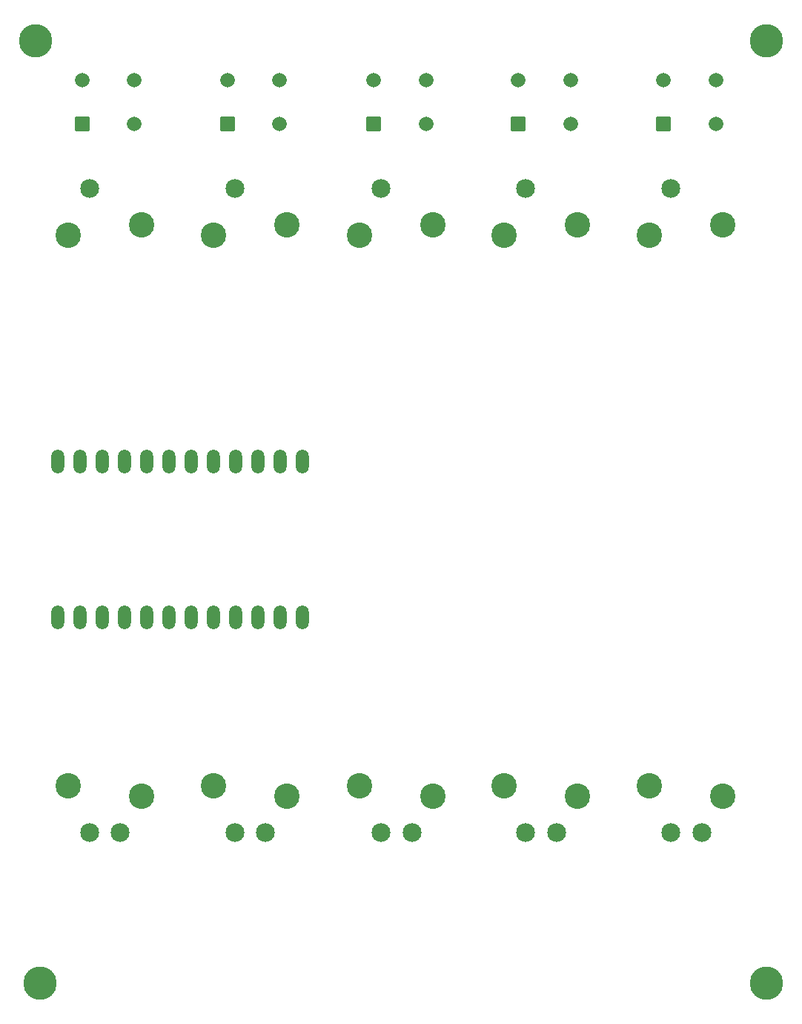
<source format=gbr>
%TF.GenerationSoftware,KiCad,Pcbnew,8.0.1*%
%TF.CreationDate,2024-03-29T21:28:49-04:00*%
%TF.ProjectId,mandreko-deej,6d616e64-7265-46b6-9f2d-6465656a2e6b,rev?*%
%TF.SameCoordinates,Original*%
%TF.FileFunction,Soldermask,Bot*%
%TF.FilePolarity,Negative*%
%FSLAX46Y46*%
G04 Gerber Fmt 4.6, Leading zero omitted, Abs format (unit mm)*
G04 Created by KiCad (PCBNEW 8.0.1) date 2024-03-29 21:28:49*
%MOMM*%
%LPD*%
G01*
G04 APERTURE LIST*
G04 Aperture macros list*
%AMRoundRect*
0 Rectangle with rounded corners*
0 $1 Rounding radius*
0 $2 $3 $4 $5 $6 $7 $8 $9 X,Y pos of 4 corners*
0 Add a 4 corners polygon primitive as box body*
4,1,4,$2,$3,$4,$5,$6,$7,$8,$9,$2,$3,0*
0 Add four circle primitives for the rounded corners*
1,1,$1+$1,$2,$3*
1,1,$1+$1,$4,$5*
1,1,$1+$1,$6,$7*
1,1,$1+$1,$8,$9*
0 Add four rect primitives between the rounded corners*
20,1,$1+$1,$2,$3,$4,$5,0*
20,1,$1+$1,$4,$5,$6,$7,0*
20,1,$1+$1,$6,$7,$8,$9,0*
20,1,$1+$1,$8,$9,$2,$3,0*%
G04 Aperture macros list end*
%ADD10RoundRect,0.102000X-0.729000X-0.729000X0.729000X-0.729000X0.729000X0.729000X-0.729000X0.729000X0*%
%ADD11C,1.662000*%
%ADD12C,3.800000*%
%ADD13C,2.154000*%
%ADD14C,2.904000*%
%ADD15RoundRect,0.736600X-0.000010X0.635000X-0.000010X-0.635000X0.000010X-0.635000X0.000010X0.635000X0*%
G04 APERTURE END LIST*
D10*
%TO.C,S2*%
X132873700Y-52000000D03*
D11*
X138873700Y-52000000D03*
X132873700Y-47000000D03*
X138873700Y-47000000D03*
%TD*%
D12*
%TO.C,TopLeftMountingHole*%
X111000000Y-42500000D03*
%TD*%
D13*
%TO.C,R2*%
X133761200Y-132850000D03*
X137261200Y-132850000D03*
X133761200Y-59350000D03*
D14*
X131311200Y-127500000D03*
X139711200Y-128700000D03*
X131311200Y-64700000D03*
X139711200Y-63500000D03*
%TD*%
D10*
%TO.C,S3*%
X149562500Y-52000000D03*
D11*
X155562500Y-52000000D03*
X149562500Y-47000000D03*
X155562500Y-47000000D03*
%TD*%
D12*
%TO.C,TopRightMountingHole*%
X194500000Y-42500000D03*
%TD*%
D13*
%TO.C,R3*%
X150450000Y-132850000D03*
X153950000Y-132850000D03*
X150450000Y-59350000D03*
D14*
X148000000Y-127500000D03*
X156400000Y-128700000D03*
X148000000Y-64700000D03*
X156400000Y-63500000D03*
%TD*%
D10*
%TO.C,S4*%
X166072200Y-52000000D03*
D11*
X172072200Y-52000000D03*
X166072200Y-47000000D03*
X172072200Y-47000000D03*
%TD*%
D13*
%TO.C,R1*%
X117161900Y-132850000D03*
X120661900Y-132850000D03*
X117161900Y-59350000D03*
D14*
X114711900Y-127500000D03*
X123111900Y-128700000D03*
X114711900Y-64700000D03*
X123111900Y-63500000D03*
%TD*%
D10*
%TO.C,S1*%
X116274400Y-52000000D03*
D11*
X122274400Y-52000000D03*
X116274400Y-47000000D03*
X122274400Y-47000000D03*
%TD*%
D12*
%TO.C,BottomRightMountingHole*%
X194500000Y-150000000D03*
%TD*%
D10*
%TO.C,S5*%
X182671500Y-52000000D03*
D11*
X188671500Y-52000000D03*
X182671500Y-47000000D03*
X188671500Y-47000000D03*
%TD*%
D13*
%TO.C,R4*%
X166959700Y-132850000D03*
X170459700Y-132850000D03*
X166959700Y-59350000D03*
D14*
X164509700Y-127500000D03*
X172909700Y-128700000D03*
X164509700Y-64700000D03*
X172909700Y-63500000D03*
%TD*%
D12*
%TO.C,BottomLeftMountingHole*%
X111500000Y-150000000D03*
%TD*%
D13*
%TO.C,R5*%
X183559000Y-132850000D03*
X187059000Y-132850000D03*
X183559000Y-59350000D03*
D14*
X181109000Y-127500000D03*
X189509000Y-128700000D03*
X181109000Y-64700000D03*
X189509000Y-63500000D03*
%TD*%
D15*
%TO.C,U1*%
X113500000Y-90500000D03*
X116040000Y-90500000D03*
X118580000Y-90500000D03*
X121120000Y-90500000D03*
X123660000Y-90500000D03*
X126200000Y-90500000D03*
X128740000Y-90500000D03*
X131280000Y-90500000D03*
X133820000Y-90500000D03*
X136360000Y-90500000D03*
X138900000Y-90500000D03*
X141440000Y-90500000D03*
X141440000Y-108280000D03*
X138900000Y-108280000D03*
X136360000Y-108280000D03*
X133820000Y-108280000D03*
X131280000Y-108280000D03*
X128740000Y-108280000D03*
X126200000Y-108280000D03*
X123660000Y-108280000D03*
X121120000Y-108280000D03*
X118580000Y-108280000D03*
X116040000Y-108280000D03*
X113500000Y-108280000D03*
%TD*%
M02*

</source>
